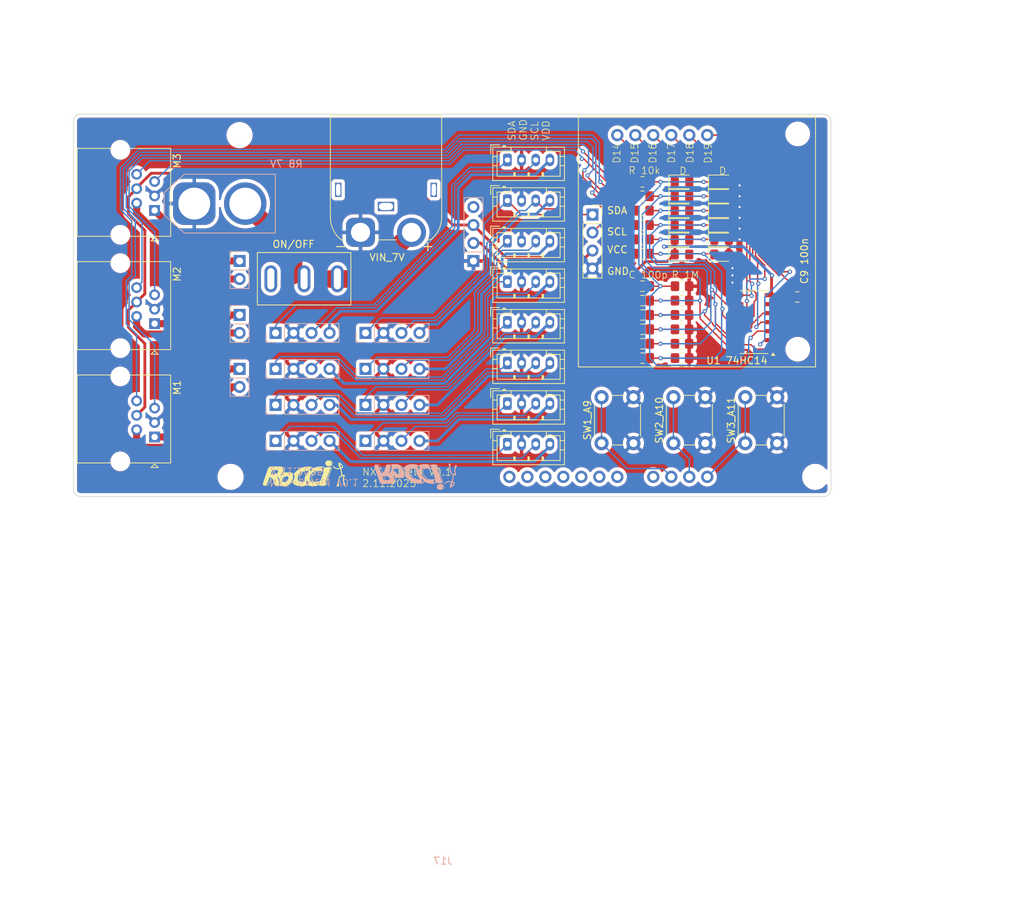
<source format=kicad_pcb>
(kicad_pcb (version 20241229) (generator "pcbnew") (generator_version "9.0")
  (layers (0 "F.Cu" signal) (2 "B.Cu" signal) (13 "F.Paste" user) (15 "B.Paste" user) (5 "F.SilkS" user "F.Silkscreen") (7 "B.SilkS" user "B.Silkscreen") (1 "F.Mask" user) (3 "B.Mask" user) (25 "Edge.Cuts" user))
  (net 0 "")
  (net 1 "ENC_M0_DIR")
  (net 2 "ENC_M0_INT")
  (net 3 "ENC_M2_INT")
  (net 4 "ENC_M2_DIR")
  (net 5 "ENC_M1_INT")
  (net 6 "ENC_M1_DIR")
  (net 7 "GND")
  (net 8 "Net-(D1-A)")
  (net 9 "Net-(D3-A)")
  (net 10 "Net-(D6-A)")
  (net 11 "Net-(D7-A)")
  (net 12 "Net-(D10-A)")
  (net 13 "Net-(D11-A)")
  (net 14 "+7.5V")
  (net 15 "+3.3V")
  (net 16 "SDA7")
  (net 17 "+5V")
  (net 18 "SCL7")
  (net 19 "SCL1")
  (net 20 "SDA1")
  (net 21 "SCL0")
  (net 22 "SDA0")
  (net 23 "SCL2")
  (net 24 "SDA2")
  (net 25 "SDA3")
  (net 26 "SCL3")
  (net 27 "SCL4")
  (net 28 "SDA4")
  (net 29 "SCL5")
  (net 30 "SDA5")
  (net 31 "SCL6")
  (net 32 "SDA6")
  (net 33 "ENC_M0_A")
  (net 34 "ENC_M0_B")
  (net 35 "ENC_M1_A")
  (net 36 "ENC_M1_B")
  (net 37 "ENC_M2_A")
  (net 38 "ENC_M2_B")
  (net 41 "Button2")
  (net 42 "Button3")
  (net 43 "Button1")
  (net 47 "/M0B")
  (net 48 "/M0A")
  (net 49 "/AKKU1")
  (net 50 "/M1B")
  (net 51 "/M1A")
  (net 52 "/M2B")
  (net 53 "/M2A")
  (net 54 "/AKKU2")
  (net 55 "VDDI2C0")
  (net 56 "VDDI2C2")
  (net 57 "VDDI2C3")
  (net 58 "VDDI2C4")
  (net 59 "VDDI2C5")
  (net 60 "VDDI2C6")
  (net 61 "VDDI2C7")
  (net 62 "VDDI2C1")
  (footprint "Diode_SMD:D_0805_2012Metric_Pad1.15x1.40mm_HandSolder" (layer "F.Cu") (at 169.9145 71.16)
    (property "Reference" "D7" (hide yes))
    (property "Value" "D" (hide yes))
  )
  (footprint "Diode_SMD:D_0805_2012Metric_Pad1.15x1.40mm_HandSolder" (layer "F.Cu") (at 175.4945 67.07)
    (property "Reference" "D2" (hide yes))
    (property "Value" "D" (hide yes))
  )
  (footprint "Connector_RJ:RJ25_Wayconn_MJEA-660X1_Horizontal" (layer "F.Cu") (at 95.4418 85.0528 -90)
    (property "Reference" "M2")
    (property "Value" "NXT_M1")
  )
  (footprint "Diode_SMD:D_0805_2012Metric_Pad1.15x1.40mm_HandSolder" (layer "F.Cu") (at 169.912 73.22)
    (property "Reference" "D6" (hide yes))
    (property "Value" "D" (hide yes))
  )
  (footprint "Diode_SMD:D_0805_2012Metric_Pad1.15x1.40mm_HandSolder" (layer "F.Cu") (at 175.507 73.23)
    (property "Reference" "D8" (hide yes))
    (property "Value" "D" (hide yes))
  )
  (footprint "Capacitor_SMD:C_0805_2012Metric_Pad1.18x1.45mm_HandSolder" (layer "F.Cu") (at 164.338 89.916 180)
    (property "Reference" "C5" (hide yes))
    (property "Value" "100p" (hide yes))
  )
  (footprint "Connector_JST:JST_PH_B4B-PH-K_1x04_P2.00mm_Vertical" (layer "F.Cu") (at 145.2598 90.599714)
    (property "Reference" "J13" (hide yes))
    (property "Value" "JST_RB_I2C1")
  )
  (footprint "Connector_JST:JST_PH_B4B-PH-K_1x04_P2.00mm_Vertical" (layer "F.Cu") (at 145.2598 102.066)
    (property "Reference" "J9" (hide yes))
    (property "Value" "JST_RB_I2C0")
  )
  (footprint "Capacitor_SMD:C_0805_2012Metric_Pad1.18x1.45mm_HandSolder" (layer "F.Cu") (at 164.338 85.852 180)
    (property "Reference" "C4" (hide yes))
    (property "Value" "100p" (hide yes))
  )
  (footprint "Resistor_SMD:R_0805_2012Metric_Pad1.20x1.40mm_HandSolder" (layer "F.Cu") (at 169.926 85.852)
    (property "Reference" "R10" (hide yes))
    (property "Value" "1M" (hide yes))
  )
  (footprint "Resistor_SMD:R_0805_2012Metric_Pad1.20x1.40mm_HandSolder" (layer "F.Cu") (at 164.338 75.184)
    (property "Reference" "R11" (hide yes))
    (property "Value" "10k")
  )
  (footprint "Diode_SMD:D_0805_2012Metric_Pad1.15x1.40mm_HandSolder" (layer "F.Cu") (at 175.514 69.11)
    (property "Reference" "D13" (hide yes))
    (property "Value" "D" (hide yes))
  )
  (footprint "Connector_JST:JST_PH_B4B-PH-K_1x04_P2.00mm_Vertical" (layer "F.Cu") (at 145.2598 73.400286)
    (property "Reference" "J27" (hide yes))
    (property "Value" "JST_RB_I2C6")
  )
  (footprint "Diode_SMD:D_0805_2012Metric_Pad1.15x1.40mm_HandSolder" (layer "F.Cu") (at 175.514 65.024)
    (property "Reference" "D4" (hide yes))
    (property "Value" "D" (hide yes))
  )
  (footprint "CustomFootprints:XKB Connection SS-12M11G5" (layer "F.Cu") (at 115.062 76.37)
    (property "Reference" "ON/OFF")
    (property "Value" "SW_SPDT")
  )
  (footprint "Resistor_SMD:R_0805_2012Metric_Pad1.20x1.40mm_HandSolder" (layer "F.Cu") (at 164.338 65.024)
    (property "Reference" "R3" (hide yes))
    (property "Value" "10k" (hide yes))
  )
  (footprint "Resistor_SMD:R_0805_2012Metric_Pad1.20x1.40mm_HandSolder" (layer "F.Cu") (at 164.338 69.088)
    (property "Reference" "R12" (hide yes))
    (property "Value" "10k" (hide yes))
  )
  (footprint "rb_shield:Arduino_Due_Shield" (layer "F.Cu") (at 92.202 109.22)
    (property "Reference" "A1" (hide yes))
    (property "Value" "Arduino_Due_Shield" (hide yes))
  )
  (footprint "Capacitor_SMD:C_0805_2012Metric_Pad1.18x1.45mm_HandSolder" (layer "F.Cu") (at 164.338 87.884 180)
    (property "Reference" "C3" (hide yes))
    (property "Value" "100p" (hide yes))
  )
  (footprint "Connector_JST:JST_PH_B4B-PH-K_1x04_P2.00mm_Vertical" (layer "F.Cu") (at 145.2598 79.133429)
    (property "Reference" "J14" (hide yes))
    (property "Value" "JST_RB_I2C2")
  )
  (footprint "Resistor_SMD:R_0805_2012Metric_Pad1.20x1.40mm_HandSolder" (layer "F.Cu") (at 169.926 87.884)
    (property "Reference" "R9" (hide yes))
    (property "Value" "1M" (hide yes))
  )
  (footprint "Button_Switch_THT:SW_PUSH_6mm" (layer "F.Cu") (at 158.5574 101.929 90)
    (property "Reference" "SW1_A9")
    (property "Value" "SW_Push")
  )
  (footprint "Connector_AMASS:AMASS_XT60IPW-M_1x03_P7.20mm_Horizontal" (layer "F.Cu") (at 124.5176 72.1538)
    (property "Reference" "VIN_7V")
    (property "Value" "XT60_Case")
  )
  (footprint "Connector_JST:JST_PH_B4B-PH-K_1x04_P2.00mm_Vertical" (layer "F.Cu") (at 145.2598 61.934)
    (property "Reference" "J15" (hide yes))
    (property "Value" "JST_RB_I2C3")
  )
  (footprint "Capacitor_SMD:C_0805_2012Metric_Pad1.18x1.45mm_HandSolder" (layer "F.Cu") (at 186.182 81.28)
    (property "Reference" "C9 100n")
    (property "Value" "100n")
  )
  (footprint "Resistor_SMD:R_0805_2012Metric_Pad1.20x1.40mm_HandSolder" (layer "F.Cu") (at 169.926 81.788)
    (property "Reference" "R2" (hide yes))
    (property "Value" "1M" (hide yes))
  )
  (footprint "CustomFootprints:OLE_LCD" (layer "F.Cu") (at 157.2768 69.6468)
    (property "Reference" "J8" (hide yes))
    (property "Value" "LCD")
  )
  (footprint "Package_SO:SO-14_3.9x8.65mm_P1.27mm" (layer "F.Cu") (at 180.086 84.836 180)
    (property "Reference" "U1 74HC14")
    (property "Value" "74HC14")
  )
  (footprint "Button_Switch_THT:SW_PUSH_6mm" (layer "F.Cu") (at 178.852 101.929 90)
    (property "Reference" "SW3_A11")
    (property "Value" "SW_Push")
  )
  (footprint "Capacitor_SMD:C_0805_2012Metric_Pad1.18x1.45mm_HandSolder" (layer "F.Cu") (at 164.338 83.82 180)
    (property "Reference" "C6" (hide yes))
    (property "Value" "100p" (hide yes))
  )
  (footprint "Diode_SMD:D_0805_2012Metric_Pad1.15x1.40mm_HandSolder" (layer "F.Cu") (at 169.917 69.12)
    (property "Reference" "D11" (hide yes))
    (property "Value" "D" (hide yes))
  )
  (footprint "Connector_RJ:RJ25_Wayconn_MJEA-660X1_Horizontal" (layer "F.Cu") (at 95.4418 69.0528 -90)
    (property "Reference" "M3")
    (property "Value" "NXT_M0")
  )
  (footprint "Resistor_SMD:R_0805_2012Metric_Pad1.20x1.40mm_HandSolder" (layer "F.Cu") (at 164.338 67.056)
    (property "Reference" "R1" (hide yes))
    (property "Value" "10k" (hide yes))
  )
  (footprint "Capacitor_SMD:C_0805_2012Metric_Pad1.18x1.45mm_HandSolder" (layer "F.Cu") (at 164.338 79.756 180)
    (property "Reference" "C2" (hide yes))
    (property "Value" "100p")
  )
  (footprint "Connector_JST:JST_PH_B4B-PH-K_1x04_P2.00mm_Vertical" (layer "F.Cu") (at 145.2598 96.332857)
    (property "Reference" "J16" (hide yes))
    (property "Value" "JST_RB_I2C4")
  )
  (footprint "Connector_JST:JST_PH_B4B-PH-K_1x04_P2.00mm_Vertical" (layer "F.Cu") (at 145.2598 84.866571)
    (property "Reference" "J26" (hide yes))
    (property "Value" "JST_RB_I2C5")
  )
  (footprint "Resistor_SMD:R_0805_2012Metric_Pad1.20x1.40mm_HandSolder" (layer "F.Cu") (at 169.926 89.916)
    (property "Reference" "R13" (hide yes))
    (property "Value" "1M" (hide yes))
  )
  (footprint "Capacitor_SMD:C_0805_2012Metric_Pad1.18x1.45mm_HandSolder" (layer "F.Cu") (at 164.338 81.788 180)
    (property "Reference" "C1" (hide yes))
    (property "Value" "100p")
  )
  (footprint "Diode_SMD:D_0805_2012Metric_Pad1.15x1.40mm_HandSolder" (layer "F.Cu") (at 169.926 65.024)
    (property "Reference" "D3" (hide yes))
    (property "Value" "D" (hide yes))
  )
  (footprint "Resistor_SMD:R_0805_2012Metric_Pad1.20x1.40mm_HandSolder" (layer "F.Cu") (at 169.926 83.82)
    (property "Reference" "R14" (hide yes))
    (property "Value" "1M" (hide yes))
  )
  (footprint "Resistor_SMD:R_0805_2012Metric_Pad1.20x1.40mm_HandSolder" (layer "F.Cu") (at 164.338 73.152)
    (property "Reference" "R7" (hide yes))
    (property "Value" "10k" (hide yes))
  )
  (footprint "Button_Switch_THT:SW_PUSH_6mm" (layer "F.Cu") (at 168.7047 101.929 90)
    (property "Reference" "SW2_A10")
    (property "Value" "SW_Push")
  )
  (footprint "Connector_RJ:RJ25_Wayconn_MJEA-660X1_Horizontal" (layer "F.Cu") (at 95.4418 101.0528 -90)
    (property "Reference" "M1")
    (property "Value" "NXT_M2")
  )
  (footprint "external_libs:RocciLogo" (layer "F.Cu") (at 116.586 106.172)
    (property "Reference" "G***" (hide yes))
    (property "Value" "LOGO" (hide yes))
  )
  (footprint "Diode_SMD:D_0805_2012Metric_Pad1.15x1.40mm_HandSolder" (layer "F.Cu") (at 175.512 75.28)
    (property "Reference" "D12" (hide yes))
    (property "Value" "D")
  )
  (footprint "Resistor_SMD:R_0805_2012Metric_Pad1.20x1.40mm_HandSolder" (layer "F.Cu") (at 169.926 79.756)
    (property "Reference" "R4" (hide yes))
    (property "Value" "1M" (hide yes))
  )
  (footprint "Diode_SMD:D_0805_2012Metric_Pad1.15x1.40mm_HandSolder" (layer "F.Cu") (at 169.917 67.07)
    (property "Reference" "D1" (hide yes))
    (property "Value" "D" (hide yes))
  )
  (footprint "Diode_SMD:D_0805_2012Metric_Pad1.15x1.40mm_HandSolder" (layer "F.Cu") (at 169.9145 75.28)
    (property "Reference" "D10" (hide yes))
    (property "Value" "D")
  )
  (footprint "Resistor_SMD:R_0805_2012Metric_Pad1.20x1.40mm_HandSolder" (layer "F.Cu") (at 164.338 71.12)
    (property "Reference" "R8" (hide yes))
    (property "Value" "10k" (hide yes))
  )
  (footprint "Connector_JST:JST_PH_B4B-PH-K_1x04_P2.00mm_Vertical" (layer "F.Cu") (at 145.2598 67.667143)
    (property "Reference" "J28" (hide yes))
    (property "Value" "JST_RB_I2C7")
  )
  (footprint "Diode_SMD:D_0805_2012Metric_Pad1.15x1.40mm_HandSolder" (layer "F.Cu") (at 175.502 71.17)
    (property "Reference" "D9" (hide yes))
    (property "Value" "D" (hide yes))
  )
  (footprint "Connector_PinSocket_2.54mm:PinSocket_1x04_P2.54mm_Vertical" (layer "B.Cu") (at 140.462 76.2)
    (property "Reference" "J25" (hide yes))
    (property "Value" "RB_Power")
  )
  (footprint "Connector_AMASS:AMASS_XT60-M_1x02_P7.20mm_Vertical" (layer "B.Cu") (at 101.0412 68.0974)
    (property "Reference" "J3" (hide yes))
    (property "Value" "XT60_PCB")
  )
  (footprint "Connector_PinSocket_2.54mm:PinSocket_1x04_P2.54mm_Vertical" (layer "B.Cu") (at 125.222 91.44 -90)
    (property "Reference" "J23" (hide yes))
    (property "Value" "RB_I2C6")
  )
  (footprint "Connector_PinSocket_2.54mm:PinSocket_1x04_P2.54mm_Vertical" (layer "B.Cu") (at 112.522 101.6 -90)
    (property "Reference" "J18" (hide yes))
    (property "Value" "RB_I2C0")
  )
  (footprint "Connector_PinSocket_2.54mm:PinSocket_1x02_P2.54mm_Vertical" (layer "B.Cu") (at 107.442 83.82 180)
    (property "Reference" "J4" (hide yes))
    (property "Value" "RB_M2")
  )
  (footprint "external_libs:RocciLogo" (layer "B.Cu") (at 132.334 106.70739)
    (property "Reference" "G***" (hide yes))
    (property "Value" "LOGO" (hide yes))
  )
  (footprint "Connector_PinSocket_2.54mm:PinSocket_1x02_P2.54mm_Vertical" (layer "B.Cu") (at 107.442 91.44 180)
    (property "Reference" "J6" (hide yes))
    (property "Value" "RB_M1")
  )
  (footprint "Connector_PinSocket_2.54mm:PinSocket_1x04_P2.54mm_Vertical" (layer "B.Cu") (at 125.222 96.52 -90)
    (property "Reference" "J22" (hide yes))
    (property "Value" "RB_I2C5")
  )
  (footprint "Connector_PinSocket_2.54mm:PinSocket_1x02_P2.54mm_Vertical" (layer "B.Cu") (at 107.442 76.2 180)
    (property "Reference" "RB 7V")
    (property "Value" "RB_M3")
  )
  (footprint "Connector_PinSocket_2.54mm:PinSocket_1x04_P2.54mm_Vertical" (layer "B.Cu") (at 112.522 86.36 -90)
    (property "Reference" "J20" (hide yes))
    (property "Value" "RB_I2C3")
  )
  (footprint "Connector_PinSocket_2.54mm:PinSocket_1x04_P2.54mm_Vertical" (layer "B.Cu") (at 112.522 91.44 -90)
    (property "Reference" "J19" (hide yes))
    (property "Value" "RB_I2C2")
  )
  (footprint "Connector_PinSocket_2.54mm:PinSocket_1x04_P2.54mm_Vertical" (layer "B.Cu") (at 125.222 101.6 -90)
    (property "Reference" "J21" (hide yes))
    (property "Value" "RB_I2C4")
  )
  (footprint "Connector_PinSocket_2.54mm:PinSocket_1x04_P2.54mm_Vertical" (layer "B.Cu") (at 112.522 96.52 -90)
    (property "Reference" "J17")
    (property "Value" "RB_I2C1")
  )
  (footprint "Connector_PinSocket_2.54mm:PinSocket_1x04_P2.54mm_Vertical" (layer "B.Cu") (at 125.222 86.36 -90)
    (property "Reference" "J24" (hide yes))
    (property "Value" "RB_I2C7")
  )
  (gr_arc (start 190.948 108.474) (mid 190.655107 109.181107) (end 189.948 109.474) (stroke (width 0.1)) (layer "Edge.Cuts"))
  (gr_line (start 84.9884 109.474) (end 92.948 109.474) (stroke (width 0.1)) (layer "Edge.Cuts"))
  (gr_line (start 190.948 108.474) (end 190.948 56.474) (stroke (width 0.1)) (layer "Edge.Cuts"))
  (gr_line (start 92.948 109.474) (end 189.948 109.474) (stroke (width 0.1)) (layer "Edge.Cuts"))
  (gr_arc (start 83.9884 56.474) (mid 84.281293 55.766893) (end 84.9884 55.474) (stroke (width 0.1)) (layer "Edge.Cuts"))
  (gr_line (start 83.9884 56.474) (end 83.9884 108.474) (stroke (width 0.1)) (layer "Edge.Cuts"))
  (gr_arc (start 189.948 55.474) (mid 190.655107 55.766893) (end 190.948 56.474) (stroke (width 0.1)) (layer "Edge.Cuts"))
  (gr_line (start 92.948 55.474) (end 84.9884 55.474) (stroke (width 0.1)) (layer "Edge.Cuts"))
  (gr_arc (start 84.9884 109.474) (mid 84.281293 109.181107) (end 83.9884 108.474) (stroke (width 0.1)) (layer "Edge.Cuts"))
  (gr_line (start 189.948 55.474) (end 92.948 55.474) (stroke (width 0.1)) (layer "Edge.Cuts"))
  (gr_text "R 10k\n" (at 162.306 64.008 0) (layer "F.SilkS") (effects (font (size 1 1) (thickness 0.1)) (justify left bottom)))
  (gr_text "D17" (at 169.002 62.47 90) (layer "F.SilkS") (effects (font (size 1 1) (thickness 0.1)) (justify left bottom)))
  (gr_text "R_1M" (at 168.402 78.74 0) (layer "F.SilkS") (effects (font (size 1 1) (thickness 0.1)) (justify left bottom)))
  (gr_text "NXT-Shield V0.1\n2.11.2025\n" (at 124.714 108.204 0) (layer "F.SilkS") (effects (font (size 1 1) (thickness 0.1)) (justify left bottom)))
  (gr_text "D\n" (at 169.496 64.064 0) (layer "F.SilkS") (effects (font (size 1 1) (thickness 0.1)) (justify left bottom)))
  (gr_text "D15\n" (at 163.83 62.484 90) (layer "F.SilkS") (effects (font (size 1 1) (thickness 0.1)) (justify left bottom)))
  (gr_text "D19" (at 174.172 62.5 90) (layer "F.SilkS") (effects (font (size 1 1) (thickness 0.1)) (justify left bottom)))
  (gr_text "C 100p" (at 162.306 78.74 0) (layer "F.SilkS") (effects (font (size 1 1) (thickness 0.1)) (justify left bottom)))
  (gr_text "D18" (at 171.622 62.44 90) (layer "F.SilkS") (effects (font (size 1 1) (thickness 0.1)) (justify left bottom)))
  (gr_text "D14" (at 161.29 62.484 90) (layer "F.SilkS") (effects (font (size 1 1) (thickness 0.1)) (justify left bottom)))
  (gr_text "D" (at 175.084 64.064 0) (layer "F.SilkS") (effects (font (size 1 1) (thickness 0.1)) (justify left bottom)))
  (gr_text "SDA\nGND\nSCL\nVDD" (at 151.302 59.27 90) (layer "F.SilkS") (effects (font (size 1 1) (thickness 0.1)) (justify left bottom)))
  (gr_text "D16" (at 166.37 62.484 90) (layer "F.SilkS") (effects (font (size 1 1) (thickness 0.1)) (justify left bottom)))
  (gr_text "NXT-Shield V0.1\n2.11.2025\n" (at 111.616177 105.289732 180) (layer "B.SilkS") (effects (font (size 1 1) (thickness 0.1)) (justify left bottom mirror)))
  (segment (start 179.902 65.013059) (end 179.902 75.614314) (width 0.2) (layer "F.Cu") (net 1))
  (segment (start 180.594 79.28879) (end 180.691327 79.386117) (width 0.2) (layer "F.Cu") (net 1))
  (segment (start 182.561 84.836) (end 181.096958 84.836) (width 0.2) (layer "F.Cu") (net 1))
  (segment (start 177.556942 62.668) (end 179.902 65.013059) (width 0.2) (layer "F.Cu") (net 1))
  (segment (start 180.594 76.373058) (end 180.594 79.28879) (width 0.2) (layer "F.Cu") (net 1))
  (segment (start 181.096958 84.836) (end 180.409646 85.523312) (width 0.2) (layer "F.Cu") (net 1))
  (segment (start 179.902 75.614314) (end 179.942 75.654315) (width 0.2) (layer "F.Cu") (net 1))
  (segment (start 179.942 75.654315) (end 179.942 75.721058) (width 0.2) (layer "F.Cu") (net 1))
  (segment (start 179.942 75.721058) (end 180.594 76.373058) (width 0.2) (layer "F.Cu") (net 1))
  (segment (start 170.11 62.668) (end 177.556942 62.668) (width 0.2) (layer "F.Cu") (net 1))
  (segment (start 165.862 58.42) (end 170.11 62.668) (width 0.2) (layer "F.Cu") (net 1))
  (via (at 180.409646 85.523312) (size 0.6) (drill 0.3) (layers "F.Cu" "B.Cu") (net 1))
  (via (at 180.691327 79.386117) (size 0.6) (drill 0.3) (layers "F.Cu" "B.Cu") (net 1))
  (segment (start 180.409646 85.523312) (end 180.594 85.338958) (width 0.2) (layer "B.Cu") (net 1))
  (segment (start 180.594 85.338958) (end 180.594 79.483444) (width 0.2) (layer "B.Cu") (net 1))
  (segment (start 180.594 79.483444) (end 180.691327 79.386117) (width 0.2) (layer "B.Cu") (net 1))
  (segment (start 181.102 75.11727) (end 181.142011 75.157285) (width 0.2) (layer "F.Cu") (net 2))
  (segment (start 181.102 64.516) (end 181.102 75.11727) (width 0.2) (layer "F.Cu") (net 2))
  (segment (start 173.482 58.42) (end 175.006 58.42) (width 0.2) (layer "F.Cu") (net 2))
  (segment (start 181.142008 75.224008) (end 183.642 77.724) (width 0.2) (layer "F.Cu") (net 2))
  (segment (start 182.561 87.376) (end 181.542225 87.376) (width 0.2) (layer "F.Cu") (net 2))
  (segment (start 183.642 77.724) (end 185.166 77.724) (width 0.2) (layer "F.Cu") (net 2))
  (segment (start 181.142011 75.157285) (end 181.142008 75.224008) (width 0.2) (layer "F.Cu") (net 2))
  (segment (start 181.542225 87.376) (end 180.952768 87.965457) (width 0.2) (layer "F.Cu") (net 2))
  (segment (start 175.006 58.42) (end 181.102 64.516) (width 0.2) (layer "F.Cu") (net 2))
  (via (at 180.952768 87.965457) (size 0.6) (drill 0.3) (layers "F.Cu" "B.Cu") (net 2))
  (via (at 185.166 77.724) (size 0.6) (drill 0.3) (layers "F.Cu" "B.Cu") (net 2))
  (segment (start 185.166 77.724) (end 181.61 81.28) (width 0.2) (layer "B.Cu") (net 2))
  (segment (start 181.61 87.308225) (end 180.952768 87.965457) (width 0.2) (layer "B.Cu") (net 2))
  (segment (start 181.61 81.28) (end 181.61 87.308225) (width 0.2) (layer "B.Cu") (net 2))
  (segment (start 180.302 75.44863) (end 180.342002 75.488634) (width 0.2) (layer "F.Cu") (net 3))
  (segment (start 172.25 62.268) (end 177.722628 62.268) (width 0.2) (layer "F.Cu") (net 3))
  (segment (start 181.61 76.823372) (end 181.61 78.74) (width 0.2) (layer "F.Cu") (net 3))
  (segment (start 177.722628 62.268) (end 180.302 64.847374) (width 0.2) (layer "F.Cu") (net 3))
  (segment (start 180.342001 75.555373) (end 181.61 76.823372) (width 0.2) (layer "F.Cu") (net 3))
  (segment (start 178.585999 83.566) (end 179.07 83.081999) (width 0.2) (layer "F.Cu") (net 3))
  (segment (start 177.611 83.566) (end 178.585999 83.566) (width 0.2) (layer "F.Cu") (net 3))
  (segment (start 180.342002 75.488634) (end 180.342001 75.555373) (width 0.2) (layer "F.Cu") (net 3))
  (segment (start 179.07 81.854807) (end 179.073847 81.85096) (width 0.2) (layer "F.Cu") (net 3))
  (segment (start 179.07 83.081999) (end 179.07 81.854807) (width 0.2) (layer "F.Cu") (net 3))
  (segment (start 180.302 64.847374) (end 180.302 75.44863) (width 0.2) (layer "F.Cu") (net 3))
  (segment (start 168.402 58.42) (end 172.25 62.268) (width 0.2) (layer "F.Cu") (net 3))
  (via (at 179.073847 81.85096) (size 0.6) (drill 0.3) (layers "F.Cu" "B.Cu") (net 3))
  (via (at 181.61 78.74) (size 0.6) (drill 0.3) (layers "F.Cu" "B.Cu") (net 3))
  (segment (start 179.073847 79.251847) (end 179.07 79.248) (width 0.2) (layer "B.Cu") (net 3))
  (segment (start 179.073847 81.85096) (end 179.073847 79.251847) (width 0.2) (layer "B.Cu") (net 3))
  (segment (start 179.578 78.74) (end 181.61 78.74) (width 0.2) (layer "B.Cu") (net 3))
  (segment (start 179.07 79.248) (end 179.578 78.74) (width 0.2) (layer "B.Cu") (net 3))
  (segment (start 178.887 85.804999) (end 178.887 85.771315) (width 0.2) (layer "F.Cu") (net 4))
  (segment (start 165.83 63.468) (end 160.782 58.42) (width 0.2) (layer "F.Cu") (net 4))
  (segment (start 180.086 81.976) (end 180.373847 81.688153) (width 0.2) (layer "F.Cu") (net 4))
  (segment (start 178.887 85.771315) (end 179.153968 85.504347) (width 0.2) (layer "F.Cu") (net 4))
  (segment (start 180.373847 80.751847) (end 180.042 80.42) (width 0.2) (layer "F.Cu") (net 4))
  (segment (start 179.07 65.31243) (end 177.22557 63.468) (width 0.2) (layer "F.Cu") (net 4))
  (segment (start 179.07 80.078829) (end 179.07 65.31243) (width 0.2) (layer "F.Cu") (net 4))
  (segment (start 178.585999 86.106) (end 178.887 85.804999) (width 0.2) (layer "F.Cu") (net 4))
  (segment (start 180.086 83.977968) (end 180.086 81.976) (width 0.2) (layer "F.Cu") (net 4))
  (segment (start 180.042 80.42) (end 179.411171 80.42) (width 0.2) (layer "F.Cu") (net 4))
  (segment (start 180.373847 81.688153) (end 180.373847 80.751847) (width 0.2) (layer "F.Cu") (net 4))
  (segment (start 177.22557 63.468) (end 165.83 63.468) (width 0.2) (layer "F.Cu") (net 4))
  (segment (start 177.611 86.106) (end 178.585999 86.106) (width 0.2) (layer "F.Cu") (net 4))
  (segment (start 179.153968 85.504347) (end 179.153968 84.91) (width 0.2) (layer "F.Cu") (net 4))
  (segment (start 179.411171 80.42) (end 179.07 80.078829) (width 0.2) (layer "F.Cu") (net 4))
  (segment (start 179.153968 84.91) (end 180.086 83.977968) (width 0.2) (layer "F.Cu") (net 4))
  (segment (start 180.702 64.681689) (end 180.702 75.28295) (width 0.2) (layer "F.Cu") (net 5))
  (segment (start 177.888314 61.868) (end 180.702 64.681689) (width 0.2) (layer "F.Cu") (net 5))
  (segment (start 180.702 75.28295) (end 180.742006 75.322958) (width 0.2) (layer "F.Cu") (net 5))
  (segment (start 186.182 80.264) (end 186.182 82.34916) (width 0.2) (layer "F.Cu") (net 5))
  (segment (start 174.39 61.868) (end 177.888314 61.868) (width 0.2) (layer "F.Cu") (net 5))
  (segment (start 170.942 58.42) (end 174.39 61.868) (width 0.2) (layer "F.Cu") (net 5))
  (segment (start 185.60016 82.931) (end 183.196 82.931) (width 0.2) (layer "F.Cu") (net 5))
  (segment (start 186.182 82.34916) (end 185.60016 82.931) (width 0.2) (layer "F.Cu") (net 5))
  (segment (start 184.042 78.124) (end 186.182 80.264) (width 0.2) (layer "F.Cu") (net 5))
  (segment (start 180.742006 75.322958) (end 180.742004 75.38969) (width 0.2) (layer "F.Cu") (net 5))
  (segment (start 180.742004 75.38969) (end 183.476315 78.124) (width 0.2) (layer "F.Cu") (net 5))
  (segment (start 183.196 82.931) (end 182.561 82.296) (width 0.2) (layer "F.Cu") (net 5))
  (segment (start 183.476315 78.124) (end 184.042 78.124) (width 0.2) (layer "F.Cu") (net 5))
  (segment (start 179.648 81.026) (end 179.742 81.12) (width 0.2) (layer "F.Cu") (net 6))
  (segment (start 179.502 65.178744) (end 179.502 79.08) (width 0.2) (layer "F.Cu") (net 6))
  (segment (start 177.611 81.026) (end 179.648 81.026) (width 0.2) (layer "F.Cu") (net 6))
  (segment (start 163.322 58.42) (end 167.97 63.068) (width 0.2) (layer "F.Cu") (net 6))
  (segment (start 179.502 79.08) (end 179.842 79.42) (width 0.2) (layer "F.Cu") (net 6))
  (segment (start 167.97 63.068) (end 177.391256 63.068) (width 0.2) (layer "F.Cu") (net 6))
  (segment (start 177.391256 63.068) (end 179.502 65.178744) (width 0.2) (layer "F.Cu") (net 6))
  (via (at 179.842 79.42) (size 0.6) (drill 0.3) (layers "F.Cu" "B.Cu") (net 6))
  (via (at 179.742 81.12) (size 0.6) (drill 0.3) (layers "F.Cu" "B.Cu") (net 6))
  (segment (start 179.723847 79.538153) (end 179.723847 81.101847) (width 0.2) (layer "B.Cu") (net 6))
  (segment (start 179.842 79.42) (end 179.723847 79.538153) (width 0.2) (layer "B.Cu") (net 6))
  (segment (start 179.723847 81.101847) (end 179.742 81.12) (width 0.2) (layer "B.Cu") (net 6))
  (via (at 178.054 67.056) (size 0.6) (drill 0.3) (layers "F.Cu" "B.Cu") (net 7))
  (via (at 178.054 73.152) (size 0.6) (drill 0.3) (layers "F.Cu" "B.Cu") (net 7))
  (via (at 177.038 79.248) (size 0.6) (drill 0.3) (layers "F.Cu" "B.Cu") (net 7))
  (via (at 177.038 78.232) (size 0.6) (drill 0.3) (layers "F.Cu" "B.Cu") (net 7))
  (via (at 177.038 77.216) (size 0.6) (drill 0.3) (layers "F.Cu" "B.Cu") (net 7))
  (via (at 178.054 65.532) (size 0.6) (drill 0.3) (layers "F.Cu" "B.Cu") (net 7))
  (via (at 178.054 68.58) (size 0.6) (drill 0.3) (layers "F.Cu" "B.Cu") (net 7))
  (via (at 178.054 71.628) (size 0.6) (drill 0.3) (layers "F.Cu" "B.Cu") (net 7))
  (via (at 178.054 70.104) (size 0.6) (drill 0.3) (layers "F.Cu" "B.Cu") (net 7))
  (segment (start 179.646224 88.02) (end 180.272224 88.646) (width 0.2) (layer "F.Cu") (net 8))
  (segment (start 180.272224 88.646) (end 182.561 88.646) (width 0.2) (layer "F.Cu") (net 8))
  (segment (start 165.3755 81.788) (end 166.878 81.788) (width 0.2) (layer "F.Cu") (net 8))
  (segment (start 176.158 88.02) (end 179.646224 88.02) (width 0.2) (layer "F.Cu") (net 8))
  (segment (start 174.489 67.056) (end 172.974 67.056) (width 0.2) (layer "F.Cu") (net 8))
  (segment (start 165.338 67.056) (end 166.878 67.056) (width 0.2) (layer "F.Cu") (net 8))
  (segment (start 172.466 84.328) (end 176.158 88.02) (width 0.2) (layer "F.Cu") (net 8))
  (segment (start 170.951 67.056) (end 172.974 67.056) (width 0.2) (layer "F.Cu") (net 8))
  (segment (start 166.878 81.788) (end 168.926 81.788) (width 0.2) (layer "F.Cu") (net 8))
  (segment (start 172.466 81.788) (end 172.466 84.328) (width 0.2) (layer "F.Cu") (net 8))
  (via (at 166.878 67.056) (size 0.6) (drill 0.3) (layers "F.Cu" "B.Cu") (net 8))
  (via (at 172.466 81.788) (size 0.6) (drill 0.3) (layers "F.Cu" "B.Cu") (net 8))
  (via (at 172.974 67.056) (size 0.6) (drill 0.3) (layers "F.Cu" "B.Cu") (net 8))
  (via (at 166.878 81.788) (size 0.6) (drill 0.3) (layers "F.Cu" "B.Cu") (net 8))
  (segment (start 171.45 77.724) (end 172.466 78.74) (width 0.2) (layer "B.Cu") (net 8))
  (segment (start 172.466 78.74) (end 172.466 81.788) (width 0.2) (layer "B.Cu") (net 8))
  (segment (start 165.411686 77.724) (end 171.45 77.724) (width 0.2) (layer "B.Cu") (net 8))
  (segment (start 166.878 67.056) (end 172.974 67.056) (width 0.2) (layer "B.Cu") (net 8))
  (segment (start 166.878 67.056) (end 164.338 69.596) (width 0.2) (layer "B.Cu") (net 8))
  (segment (start 164.338 76.650314) (end 165.411686 77.724) (width 0.2) (layer "B.Cu") (net 8))
  (segment (start 172.466 81.788) (end 166.878 81.788) (width 0.2) (layer "B.Cu") (net 8))
  (segment (start 164.338 69.596) (end 164.338 76.650314) (width 0.2) (layer "B.Cu") (net 8))
  (segment (start 174.489 65.024) (end 172.974 65.024) (width 0.2) (layer "F.Cu") (net 9))
  (segment (start 165.3755 79.756) (end 166.878 79.756) (width 0.2) (layer "F.Cu") (net 9))
  (segment (start 168.926 79.756) (end 166.878 79.756) (width 0.2) (layer "F.Cu") (net 9))
  (segment (start 172.974 65.024) (end 170.951 65.024) (width 0.2) (layer "F.Cu") (net 9))
  (segment (start 165.338 65.024) (end 166.878 65.024) (width 0.2) (layer "F.Cu") (net 9))
  (segment (start 182.561 86.106) (end 180.556 86.106) (width 0.2) (layer "F.Cu") (net 9))
  (segment (start 180.556 86.106) (end 179.603732 87.058268) (width 0.2) (layer "F.Cu") (net 9))
  (via (at 179.603732 87.058268) (size 0.6) (drill 0.3) (layers "F.Cu" "B.Cu") (net 9))
  (via (at 166.878 79.756) (size 0.6) (drill 0.3) (layers "F.Cu" "B.Cu") (net 9))
  (via (at 166.878 65.024) (size 0.6) (drill 0.3) (layers "F.Cu" "B.Cu") (net 9))
  (via (at 172.974 65.024) (size 0.6) (drill 0.3) (layers "F.Cu" "B.Cu") (net 9))
  (segment (start 179.342 89.72) (end 179.342 87.32) (width 0.2) (layer "B.Cu") (net 9))
  (segment (start 163.83 68.58) (end 163.83 76.708) (width 0.2) (layer "B.Cu") (net 9))
  (segment (start 165.354 89.916) (end 166.37 90.932) (width 0.2) (layer "B.Cu") (net 9))
  (segment (start 165.354 81.28) (end 165.354 89.916) (width 0.2) (layer "B.Cu") (net 9))
  (segment (start 166.878 65.024) (end 166.878 65.532) (width 0.2) (layer "B.Cu") (net 9))
  (segment (start 163.83 76.708) (end 166.878 79.756) (width 0.2) (layer "B.Cu") (net 9))
  (segment (start 179.342 87.32) (end 179.603732 87.058268) (width 0.2) (layer "B.Cu") (net 9))
  (segment (start 166.878 65.532) (end 163.83 68.58) (width 0.2) (layer "B.Cu") (net 9))
  (segment (start 166.37 90.932) (end 178.13 90.932) (width 0.2) (layer "B.Cu") (net 9))
  (segment (start 166.878 65.024) (end 172.974 65.024) (width 0.2) (layer "B.Cu") (net 9))
  (segment (start 166.878 79.756) (end 165.354 81.28) (width 0.2) (layer "B.Cu") (net 9))
  (segment (start 178.13 90.932) (end 179.342 89.72) (width 0.2) (layer "B.Cu") (net 9))
  (segment (start 166.878 87.884) (end 168.926 87.884) (width 0.2) (layer "F.Cu") (net 10))
  (segment (start 182.561 83.566) (end 181.356 83.566) (width 0.2) (layer "F.Cu") (net 10))
  (segment (start 165.338 73.152) (end 166.878 73.152) (width 0.2) (layer "F.Cu") (net 10))
  (segment (start 178.626968 86.707) (end 176.369 86.707) (width 0.2) (layer "F.Cu") (net 10))
  (segment (start 179.760157 85.573811) (end 178.626968 86.707) (width 0.2) (layer "F.Cu") (net 10))
  (segment (start 174.64 84.978) (end 174.64 82.296) (width 0.2) (layer "F.Cu") (net 10))
  (segment (start 176.369 86.707) (end 174.64 84.978) (width 0.2) (layer "F.Cu") (net 10))
  (segment (start 181.356 83.566) (end 179.760157 85.161843) (width 0.2) (layer "F.Cu") (net 10))
  (segment (start 170.951 73.152) (end 174.489 73.152) (width 0.2) (layer "F.Cu") (net 10))
  (segment (start 179.760157 85.161843) (end 179.760157 85.573811) (width 0.2) (layer "F.Cu") (net 10))
  (segment (start 165.3755 87.884) (end 166.878 87.884) (width 0.2) (layer "F.Cu") (net 10))
  (via (at 166.878 73.152) (size 0.6) (drill 0.3) (layers "F.Cu" "B.Cu") (net 10))
  (via (at 166.878 87.884) (size 0.6) (drill 0.3) (layers "F.Cu" "B.Cu") (net 10))
  (via (at 172.974 73.152) (size 0.6) (drill 0.3) (layers "F.Cu" "B.Cu") (net 10))
  (via (at 174.64 82.296) (size 0.6) (drill 0.3) (layers "F.Cu" "B.Cu") (net 10))
  (segment (start 165.862 74.168) (end 165.862 75.634314) (width 0.2) (layer "B.Cu") (net 10))
  (segment (start 166.878 73.152) (end 165.862 74.168) (width 0.2) (layer "B.Cu") (net 10))
  (segment (start 172.466 87.884) (end 166.878 87.884) (width 0.2) (layer "B.Cu") (net 10))
  (segment (start 166.878 73.152) (end 172.974 73.152) (width 0.2) (layer "B.Cu") (net 10))
  (segment (start 174.498 79.710761) (end 174.782 79.994761) (width 0.2) (layer "B.Cu") (net 10))
  (segment (start 166.427686 76.2) (end 173.089371 76.2) (width 0.2) (layer "B.Cu") (net 10))
  (segment (start 174.498 82.154) (end 174.64 82.296) (width 0.2) (layer "B.Cu") (net 10))
  (segment (start 174.64 82.296) (end 174.64 85.71) (width 0.2) (layer "B.Cu") (net 10))
  (segment (start 174.782 79.994761) (end 174.782 80.533239) (width 0.2) (layer "B.Cu") (net 10))
  (segment (start 174.498 77.608629) (end 174.498 79.710761) (width 0.2) (layer "B.Cu") (net 10))
  (segment (start 174.498 80.817239) (end 174.498 82.154) (width 0.2) (layer "B.Cu") (net 10))
  (segment (start 165.862 75.634314) (end 166.427686 76.2) (width 0.2) (layer "B.Cu") (net 10))
  (segment (start 173.089371 76.2) (end 174.498 77.608629) (width 0.2) (layer "B.Cu") (net 10))
  (segment (start 174.782 80.533239) (end 174.498 80.817239) (width 0.2) (layer "B.Cu") (net 10))
  (segment (start 174.64 85.71) (end 172.466 87.884) (width 0.2) (layer "B.Cu") (net 10))
  (segment (start 172.974 71.12) (end 174.489 71.12) (width 0.2) (layer "F.Cu") (net 11))
  (segment (start 177.611 82.296) (end 176.164 82.296) (width 0.2) (layer "F.Cu") (net 11))
  (segment (start 165.338 71.12) (end 166.878 71.12) (width 0.2) (layer "F.Cu") (net 11))
  (segment (start 176.164 82.296) (end 174.132 80.264) (width 0.2) (layer "F.Cu") (net 11))
  (segment (start 166.878 85.852) (end 168.926 85.852) (width 0.2) (layer "F.Cu") (net 11))
  (segment (start 165.3755 85.852) (end 166.878 85.852) (width 0.2) (layer "F.Cu") (net 11))
  (segment (start 170.951 71.12) (end 172.974 71.12) (width 0.2) (layer "F.Cu") (net 11))
  (via (at 174.132 80.264) (size 0.6) (drill 0.3) (layers "F.Cu" "B.Cu") (net 11))
  (via (at 172.974 71.12) (size 0.6) (drill 0.3) (layers "F.Cu" "B.Cu") (net 11))
  (via (at 166.878 85.852) (size 0.6) (drill 0.3) (layers "F.Cu" "B.Cu") (net 11))
  (via (at 166.878 71.12) (size 0.6) (drill 0.3) (layers "F.Cu" "B.Cu") (net 11))
  (segment (start 173.031686 76.708) (end 173.99 77.666314) (width 0.2) (layer "B.Cu") (net 11))
  (segment (start 166.878 71.12) (end 172.974 71.12) (width 0.2) (layer "B.Cu") (net 11))
  (segment (start 166.878 71.12) (end 165.354 72.644) (width 0.2) (layer "B.Cu") (net 11))
  (segment (start 166.878 85.852) (end 172.974 85.852) (width 0.2) (layer "B.Cu") (net 11))
  (segment (start 173.99 80.122) (end 174.132 80.264) (width 0.2) (layer "B.Cu") (net 11))
  (segment (start 165.354 75.692) (end 166.37 76.708) (width 0.2) (layer "B.Cu") (net 11))
  (segment (start 172.974 85.852) (end 173.99 84.836) (width 0.2) (layer "B.Cu") (net 11))
  (segment (start 173.99 77.666314) (end 173.99 80.122) (width 0.2) (layer "B.Cu") (net 11))
  (segment (start 165.354 72.644) (end 165.354 75.692) (width 0.2) (layer "B.Cu") (net 11))
  (segment (start 173.99 80.406) (end 174.132 80.264) (width 0.2) (layer "B.Cu") (net 11))
  (segment (start 166.37 76.708) (end 173.031686 76.708) (width 0.2) (layer "B.Cu") (net 11))
  (segment (start 173.99 84.836) (end 173.99 80.406) (width 0.2) (layer "B.Cu") (net 11))
  (segment (start 177.611 84.836) (end 176.636001 84.836) (width 0.2) (layer "F.Cu") (net 12))
  (segment (start 165.338 75.184) (end 166.878 75.184) (width 0.2) (layer "F.Cu") (net 12))
  (segment (start 176.636001 84.836) (end 175.636593 83.836592) (width 0.2) (layer "F.Cu") (net 12))
  (segment (start 172.974 75.184) (end 174.489 75.184) (width 0.2) (layer "F.Cu") (net 12))
  (segment (start 175.636593 83.836592) (end 175.636593 82.961648) (width 0.2) (layer "F.Cu") (net 12))
  (segment (start 168.926 89.916) (end 166.878 89.916) (width 0.2) (layer "F.Cu") (net 12))
  (segment (start 165.3755 89.916) (end 166.878 89.916) (width 0.2) (layer "F.Cu") (net 12))
  (segment (start 170.951 75.184) (end 172.974 75.184) (width 0.2) (layer "F.Cu") (net 12))
  (via (at 175.636593 82.961648) (size 0.6) (drill 0.3) (layers "F.Cu" "B.Cu") (net 12))
  (via (at 166.878 75.184) (size 0.6) (drill 0.3) (layers "F.Cu" "B.Cu") (net 12))
  (via (at 172.974 75.184) (size 0.6) (drill 0.3) (layers "F.Cu" "B.Cu") (net 12))
  (via (at 166.878 89.916) (size 0.6) (drill 0.3) (layers "F.Cu" "B.Cu") (net 12))
  (segment (start 175.514 88.9) (end 175.514 83.084241) (width 0.2) (layer "B.Cu") (net 12))
  (segment (start 175.514 83.084241) (end 175.636593 82.961648) (width 0.2) (layer "B.Cu") (net 12))
  (segment (start 175.514 77.724) (end 175.514 82.839055) (width 0.2) (layer "B.Cu") (net 12))
  (segment (start 166.878 89.916) (end 174.498 89.916) (width 0.2) (layer "B.Cu") (net 12))
  (segment (start 175.514 82.839055) (end 175.636593 82.961648) (width 0.2) (layer "B.Cu") (net 12))
  (segment (start 166.878 75.184) (end 172.974 75.184) (width 0.2) (layer "B.Cu") (net 12))
  (segment (start 172.974 75.184) (end 175.514 77.724) (width 0.2) (layer "B.Cu") (net 12))
  (segment (start 174.498 89.916) (end 175.514 88.9) (width 0.2) (layer "B.Cu") (net 12))
  (segment (start 166.878 83.82) (end 165.3755 83.82) (width 0.2) (layer "F.Cu") (net 13))
  (segment (start 177.611 87.376) (end 176.472315 87.376) (width 0.2) (layer "F.Cu") (net 13))
  (segment (start 165.338 69.088) (end 166.878 69.088) (width 0.2) (layer "F.Cu") (net 13))
  (segment (start 172.974 69.088) (end 170.951 69.088) (width 0.2) (layer "F.Cu") (net 13))
  (segment (start 173.116 83.855999) (end 173.116 83.312) (width 0.2) (layer "F.Cu") (net 13))
  (segment (start 168.926 83.82) (end 166.878 83.82) (width 0.2) (layer "F.Cu") (net 13))
  (segment (start 176.472315 87.376) (end 174.24 85.143685) (width 0.2) (layer "F.Cu") (net 13))
  (segment (start 174.24 85.143685) (end 174.24 84.979999) (width 0.2) (layer "F.Cu") (net 13))
  (segment (start 174.24 84.979999) (end 173.116 83.855999) (width 0.2) (layer "F.Cu") (net 13))
  (segment (start 174.489 69.088) (end 172.974 69.088) (width 0.2) (layer "F.Cu") (net 13))
  (via (at 166.878 83.82) (size 0.6) (drill 0.3) (layers "F.Cu" "B.Cu") (net 13))
  (via (at 172.974 69.088) (size 0.6) (drill 0.3) (layers "F.Cu" "B.Cu") (net 13))
  (via (at 173.116 83.312) (size 0.6) (drill 0.3) (layers "F.Cu" "B.Cu") (net 13))
  (via (at 166.878 69.088) (size 0.6) (drill 0.3) (layers "F.Cu" "B.Cu") (net 13))
  (segment (start 166.878 83.82) (end 172.466 83.82) (width 0.2) (layer "B.Cu") (net 13))
  (segment (start 172.974 77.216) (end 173.482 77.724) (width 0.2) (layer "B.Cu") (net 13))
  (segment (start 164.846 76.2) (end 165.862 77.216) (width 0.2) (layer "B.Cu") (net 13))
  (segment (start 164.846 71.12) (end 164.846 76.2) (width 0.2) (layer "B.Cu") (net 13))
  (segment (start 173.482 82.946) (end 173.116 83.312) (width 0.2) (layer "B.Cu") (net 13))
  (segment (start 173.482 77.724) (end 173.482 82.946) (width 0.2) (layer "B.Cu") (net 13))
  (segment (start 166.878 69.088) (end 172.974 69.088) (width 0.2) (layer "B.Cu") (net 13))
  (segment (start 172.466 83.82) (end 172.974 83.312) (width 0.2) (layer "B.Cu") (net 13))
  (segment (start 172.974 83.312) (end 173.116 83.312) (width 0.2) (layer "B.Cu") (net 13))
  (segment (start 166.878 69.088) (end 164.846 71.12) (width 0.2) (layer "B.Cu") (net 13))
  (segment (start 165.862 77.216) (end 172.974 77.216) (width 0.2) (layer "B.Cu") (net 13))
  (segment (start 141.478 73.66) (end 145.034 77.216) (width 0.4) (layer "F.Cu") (net 15))
  (segment (start 156.718 79.248) (end 161.798 79.248) (width 0.4) (layer "F.Cu") (net 15))
  (segment (start 168.901 65.024) (end 168.901 74.168) (width 0.4) (layer "F.Cu") (net 15))
  (segment (start 140.462 73.66) (end 141.478 73.66) (width 0.4) (layer "F.Cu") (net 15))
  (segment (start 145.034 77.216) (end 154.686 77.216) (width 0.4) (layer "F.Cu") (net 15))
  (segment (start 168.901 74.168) (end 168.901 75.184) (width 0.4) (layer "F.Cu") (net 15))
  (segment (start 185.1445 81.28) (end 182.815 81.28) (width 0.4) (layer "F.Cu") (net 15))
  (segment (start 182.815 81.28) (end 182.561 81.026) (width 0.4) (layer "F.Cu") (net 15))
  (segment (start 182.561 78.297) (end 182.626 78.232) (width 0.4) (layer "F.Cu") (net 15))
  (segment (start 168.901 74.168) (end 167.386 74.168) (width 0.4) (layer "F.Cu") (net 15))
  (segment (start 154.686 77.216) (end 156.718 79.248) (width 0.4) (layer "F.Cu") (net 15))
  (segment (start 167.8 76.285) (end 168.901 75.184) (width 0.4) (layer "F.Cu") (net 15))
  (segment (start 161.798 79.248) (end 164.761 76.285) (width 0.4) (layer "F.Cu") (net 15))
  (segment (start 182.561 81.026) (end 182.561 78.297) (width 0.4) (layer "F.Cu") (net 15))
  (segment (start 164.761 76.285) (end 167.8 76.285) (width 0.4) (layer "F.Cu") (net 15))
  (via (at 182.626 78.232) (size 0.6) (drill 0.3) (layers "F.Cu" "B.Cu") (net 15))
  (via (at 167.386 74.168) (size 0.6) (drill 0.3) (layers "F.Cu" "B.Cu") (net 15))
  (segment (start 178.562 74.168) (end 167.386 74.168) (width 0.4) (layer "B.Cu") (net 15))
  (segment (start 182.626 78.232) (end 178.562 74.168) (width 0.4) (layer "B.Cu") (net 15))
  (segment (start 157.2768 69.6468) (end 147.239457 69.6468) (width 0.2) (layer "F.Cu") (net 16))
  (segment (start 147.239457 69.6468) (end 145.2598 67.667143) (width 0.2) (layer "F.Cu") (net 16))
  (segment (start 135.007796 84.237892) (end 141.9588 77.286888) (width 0.2) (layer "B.Cu") (net 16))
  (segment (start 125.222 86.36) (end 127.344108 84.237892) (width 0.2) (layer "B.Cu") (net 16))
  (segment (start 127.344108 84.237892) (end 135.007796 84.237892) (width 0.2) (layer "B.Cu") (net 16))
  (segment (start 141.9588 70.968143) (end 145.2598 67.667143) (width 0.2) (layer "B.Cu") (net 16))
  (segment (start 141.9588 77.286888) (end 141.9588 70.968143) (width 0.2) (layer "B.Cu") (net 16))
  (segment (start 91.7408 67.1538) (end 92.9018 65.9928) (width 0.4) (layer "F.Cu") (net 17))
  (segment (start 91.7408 83.1538) (end 92.9018 81.9928) (width 0.4) (layer "F.Cu") (net 17))
  (segment (start 137.5818 71.12) (end 140.462 71.12) (width 0.4) (layer "F.Cu") (net 17))
  (segment (start 94.0628 80.8318) (end 94.0628 71.870006) (width 0.4) (layer "F.Cu") (net 17))
  (segment (start 92.9018 65.870898) (end 94.960898 63.8118) (width 0.4) (layer "F.Cu") (net 17))
  (segment (start 94.0628 71.870006) (end 91.7408 69.548006) (width 0.4) (layer "F.Cu") (net 17))
  (segment (start 140.462 71.12) (end 145.034 75.692) (width 0.4) (layer "F.Cu") (net 17))
  (segment (start 92.9018 81.9928) (end 94.0628 80.8318) (width 0.4) (layer "F.Cu") (net 17))
  (segment (start 92.9018 97.9928) (end 94.0628 96.8318) (width 0.4) (layer "F.Cu") (net 17))
  (segment (start 156.3116 75.692) (end 157.2768 74.7268) (width 0.4) (layer "F.Cu") (net 17))
  (segment (start 91.7408 69.548006) (end 91.7408 67.1538) (width 0.4) (layer "F.Cu") (net 17))
  (segment (start 94.960898 63.8118) (end 130.2736 63.8118) (width 0.4) (layer "F.Cu") (net 17))
  (segment (start 91.7408 85.548006) (end 91.7408 83.1538) (width 0.4) (layer "F.Cu") (net 17))
  (segment (start 94.0628 96.8318) (end 94.0628 87.870006) (width 0.4) (layer "F.Cu") (net 17))
  (segment (start 145.034 75.692) (end 156.3116 75.692) (width 0.4) (layer "F.Cu") (net 17))
  (segment (start 92.9018 65.9928) (end 92.9018 65.870898) (width 0.4) (layer "F.Cu") (net 17))
  (segment (start 94.0628 87.870006) (end 91.7408 85.548006) (width 0.4) (layer "F.Cu") (net 17))
  (segment (start 130.2736 63.8118) (end 137.5818 71.12) (width 0.4) (layer "F.Cu") (net 17))
  (segment (start 157.2768 72.1868) (end 158.75 70.7136) (width 0.2) (layer "F.Cu") (net 18))
  (segment (start 150.4358 68.843143) (end 149.2598 67.667143) (width 0.2) (layer "F.Cu") (net 18))
  (segment (start 158.75 68.818) (end 158.004 68.072) (width 0.2) (layer "F.Cu") (net 18))
  (segment (start 156.21 68.072) (end 155.438857 68.843143) (width 0.2) (layer "F.Cu") (net 18))
  (segment (start 158.004 68.072) (end 156.21 68.072) (width 0.2) (layer "F.Cu") (net 18))
  (segment (start 155.438857 68.843143) (end 150.4358 68.843143) (width 0.2) (layer "F.Cu") (net 18))
  (segment (start 158.75 70.7136) (end 158.75 68.818) (width 0.2) (layer "F.Cu") (net 18))
  (segment (start 142.3588 77.452573) (end 142.3588 73.690186) (width 0.2) (layer "B.Cu") (net 18))
  (segment (start 146.960986 69.088) (end 147.838943 69.088) (width 0.2) (layer "B.Cu") (net 18))
  (segment (start 147.838943 69.088) (end 149.2598 67.667143) (width 0.2) (layer "B.Cu") (net 18))
  (segment (start 132.024108 84.637892) (end 135.173482 84.637892) (width 0.2) (layer "B.Cu") (net 18))
  (segment (start 142.3588 73.690186) (end 146.960986 69.088) (width 0.2) (layer "B.Cu") (net 18))
  (segment (start 130.302 86.36) (end 132.024108 84.637892) (width 0.2) (layer "B.Cu") (net 18))
  (segment (start 135.173482 84.637892) (end 142.3588 77.452573) (width 0.2) (layer "B.Cu") (net 18))
  (segment (start 123.693 98.071) (end 136.223994 98.071) (width 0.2) (layer "B.Cu") (net 19))
  (segment (start 142.346994 91.948) (end 147.911514 91.948) (width 0.2) (layer "B.Cu") (net 19))
  (segment (start 120.992 95.37) (end 123.693 98.071) (width 0.2) (layer "B.Cu") (net 19))
  (segment (start 136.223994 98.071) (end 142.346994 91.948) (width 0.2) (layer "B.Cu") (net 19))
  (segment (start 117.602 96.52) (end 118.752 95.37) (width 0.2) (layer "B.Cu") (net 19))
  (segment (start 147.911514 91.948) (end 149.2598 90.599714) (width 0.2) (layer "B.Cu") (net 19))
  (segment (start 118.752 95.37) (end 120.992 95.37) (width 0.2) (layer "B.Cu") (net 19))
  (segment (start 129.80624 97.652) (end 129.82424 97.67) (width 0.2) (layer "B.Cu") (net 20))
  (segment (start 121.391 94.969) (end 124.093 97.671) (width 0.2) (layer "B.Cu") (net 20))
  (segment (start 142.287894 91.44) (end 144.419514 91.44) (width 0.2) (layer "B.Cu") (net 20))
  (segment (start 128.894 97.671) (end 128.913 97.652) (width 0.2) (layer "B.Cu") (net 20))
  (segment (start 113.023 94.969) (end 121.391 94.969) (width 0.2) (layer "B.Cu") (net 20))
  (segment (start 144.419514 91.44) (end 145.2598 90.599714) (width 0.2) (layer "B.Cu") (net 20))
  (segment (start 124.093 97.671) (end 128.894 97.671) (width 0.2) (layer "B.Cu") (net 20))
  (segment (start 112.522 96.52) (end 112.522 95.47) (width 0.2) (layer "B.Cu") (net 20))
  (segment (start 136.057894 97.67) (end 142.287894 91.44) (width 0.2) (layer "B.Cu") (net 20))
  (segment (start 112.522 95.47) (end 113.023 94.969) (width 0.2) (layer "B.Cu") (net 20))
  (segment (start 128.913 97.652) (end 129.80624 97.652) (width 0.2) (layer "B.Cu") (net 20))
  (segment (start 129.82424 97.67) (end 136.057894 97.67) (width 0.2) (layer "B.Cu") (net 20))
  (segment (start 147.2938 104.032) (end 149.2598 102.066) (width 0.2) (layer "B.Cu") (net 21))
  (segment (start 118.753 100.449) (end 120.971 100.449) (width 0.2) (layer "B.Cu") (net 21))
  (segment (start 124.554 104.032) (end 147.2938 104.032) (width 0.2) (layer "B.Cu") (net 21))
  (segment (start 120.971 100.449) (end 124.554 104.032) (width 0.2) (layer "B.Cu") (net 21))
  (segment (start 117.602 101.6) (end 118.753 100.449) (width 0.2) (layer "B.Cu") (net 21))
  (segment (start 120.79 99.568) (end 124.854 103.632) (width 0.2) (layer "B.Cu") (net 22))
  (segment (start 143.6938 103.632) (end 145.2598 102.066) (width 0.2) (layer "B.Cu") (net 22))
  (segment (start 112.522 101.6) (end 114.554 99.568) (width 0.2) (layer "B.Cu") (net 22))
  (segment (start 124.854 103.632) (end 143.6938 103.632) (width 0.2) (layer "B.Cu") (net 22))
  (segment (start 114.554 99.568) (end 120.79 99.568) (width 0.2) (layer "B.Cu") (net 22))
  (segment (start 123.851175 92.99) (end 132.00074 92.990001) (width 0.2) (layer "B.Cu") (net 23))
  (segment (start 143.002 80.772) (end 147.896229 80.772) (width 0.2) (layer "B.Cu") (net 23))
  (segment (start 149.2598 79.408429) (end 149.2598 79.133429) (width 0.2) (layer "B.Cu") (net 23))
  (segment (start 142.494 81.28) (end 143.002 80.772) (width 0.2) (layer "B.Cu") (net 23))
  (segment (start 117.602 91.44) (end 118.922 90.12) (width 0.2) (layer "B.Cu") (net 23))
  (segment (start 132.00074 92.990001) (end 132.00174 92.991) (width 0.2) (layer "B.Cu") (net 23))
  (segment (start 147.896229 80.772) (end 149.2598 79.408429) (width 0.2) (layer "B.Cu") (net 23))
  (segment (start 118.922 90.12) (end 120.981175 90.12) (width 0.2) (layer "B.Cu") (net 23))
  (segment (start 136.222582 92.991) (end 142.494 86.719581) (width 0.2) (layer "B.Cu") (net 23))
  (segment (start 132.00174 92.991) (end 136.222582 92.991) (width 0.2) (layer "B.Cu") (net 23))
  (segment (start 120.981175 90.12) (end 123.851175 92.99) (width 0.2) (layer "B.Cu") (net 23))
  (segment (start 142.494 86.719581) (end 142.494 81.28) (width 0.2) (layer "B.Cu") (net 23))
  (segment (start 131.926419 92.59) (end 131.996425 92.519996) (width 0.2) (layer "B.Cu") (net 24))
  (segment (start 132.294236 92.519996) (end 132.36524 92.591) (width 0.2) (layer "B.Cu") (net 24))
  (segment (start 142.094 86.553896) (end 142.094 81.114314) (width 0.2) (layer "B.Cu") (net 24))
  (segment (start 133.31876 92.591) (end 133.31976 92.59) (width 0.2) (layer "B.Cu") (net 24))
  (segment (start 113.192 89.72) (end 121.242 89.72) (width 0.2) (layer "B.Cu") (net 24))
  (segment (start 136.057896 92.59) (end 142.094 86.553896) (width 0.2) (layer "B.Cu") (net 24))
  (segment (start 112.522 90.39) (end 113.192 89.72) (width 0.2) (layer "B.Cu") (net 24))
  (segment (start 131.996425 92.519996) (end 132.294236 92.519996) (width 0.2) (layer "B.Cu") (net 24))
  (segment (start 121.242 89.72) (end 124.112 92.59) (width 0.2) (layer "B.Cu") (net 24))
  (segment (start 144.074886 79.133429) (end 145.2598 79.133429) (width 0.2) (layer "B.Cu") (net 24))
  (segment (start 132.36524 92.591) (end 133.31876 92.591) (width 0.2) (layer "B.Cu") (net 24))
  (segment (start 142.094 81.114314) (end 144.074886 79.133429) (width 0.2) (layer "B.Cu") (net 24))
  (segment (start 112.522 91.44) (end 112.522 90.39) (width 0.2) (layer "B.Cu") (net 24))
  (segment (start 133.31976 92.59) (end 136.057896 92.59) (width 0.2) (layer "B.Cu") (net 24))
  (segment (start 124.112 92.59) (end 131.926419 92.59) (width 0.2) (layer "B.Cu") (net 24))
  (segment (start 144.2018 62.992) (end 145.2598 61.934) (width 0.2) (layer "B.Cu") (net 25))
  (segment (start 112.522 86.36) (end 112.522 85.31) (width 0.2) (layer "B.Cu") (net 25))
  (segment (start 112.522 85.31) (end 115.42 82.412) (width 0.2) (layer "B.Cu") (net 25))
  (segment (start 115.42 82.412) (end 126.373208 82.412) (width 0.2) (layer "B.Cu") (net 25))
  (segment (start 137.414 65.532) (end 139.954 62.992) (width 0.2) (layer "B.Cu") (net 25))
  (segment (start 126.373208 82.412) (end 137.414 71.371208) (width 0.2) (layer "B.Cu") (net 25))
  (segment (start 139.954 62.992) (end 144.2018 62.992) (width 0.2) (layer "B.Cu") (net 25))
  (segment (start 137.414 71.371208) (end 137.414 65.532) (width 0.2) (layer "B.Cu") (net 25))
  (segment (start 137.814 65.697686) (end 140.003686 63.508) (width 0.2) (layer "B.Cu") (net 26))
  (segment (start 140.003686 63.508) (end 147.9608 63.508) (width 0.2) (layer "B.Cu") (net 26))
  (segment (start 137.814 71.536893) (end 137.814 65.697686) (width 0.2) (layer "B.Cu") (net 26))
  (segment (start 121.15 82.812) (end 126.538894 82.812) (width 0.2) (layer "B.Cu") (net 26))
  (segment (start 117.602 86.36) (end 121.15 82.812) (width 0.2) (layer "B.Cu") (net 26))
  (segment (start 147.9608 63.508) (end 149.2598 62.209) (width 0.2) (layer "B.Cu") (net 26))
  (segment (start 149.2598 62.209) (end 149.2598 61.934) (width 0.2) (layer "B.Cu") (net 26))
  (segment (start 126.538894 82.812) (end 137.814 71.536893) (width 0.2) (layer "B.Cu") (net 26))
  (segment (start 136.698894 99.576) (end 138.222894 98.052) (width 0.2) (layer "B.Cu") (net 27))
  (segment (start 147.540657 98.052) (end 149.2598 96.332857) (width 0.2) (layer "B.Cu") (net 27))
  (segment (start 132.254 99.576) (end 136.698894 99.576) (width 0.2) (layer "B.Cu") (net 27))
  (segment (start 138.222894 98.052) (end 147.540657 98.052) (width 0.2) (layer "B.Cu") (net 27))
  (segment (start 130.23 101.6) (end 132.254 99.576) (width 0.2) (layer "B.Cu") (net 27))
  (segment (start 125.1775 101.5845) (end 127.691 99.071) (width 0.2) (layer "B.Cu") (net 28))
  (segment (start 145.2598 96.332857) (end 143.940657 97.652) (width 0.2) (layer "B.Cu") (net 28))
  (segment (start 138.057209 97.652) (end 136.638208 99.071) (width 0.2) (layer "B.Cu") (net 28))
  (segment (start 143.940657 97.652) (end 138.057209 97.652) (width 0.2) (layer "B.Cu") (net 28))
  (segment (start 136.638208 99.071) (end 127.691 99.071) (width 0.2) (layer "B.Cu") (net 28))
  (segment (start 144.826894 86.368) (end 147.366894 86.368) (width 0.2) (layer "B.Cu") (net 29))
  (segment (start 132.471 94.391) (end 136.803894 94.391) (width 0.2) (layer "B.Cu") (net 29))
  (segment (start 149.2598 85.141571) (end 149.2598 84.866571) (width 0.2) (layer "B.Cu") (net 29))
  (segment (start 130.342 96.52) (end 132.467999 94.394001) (width 0.2) (layer "B.Cu") (net 29))
  (segment (start 132.467999 94.394001) (end 132.471 94.394001) (width 0.2) (layer "B.Cu") (net 29))
  (segment (start 147.374894 86.36) (end 148.082 86.36) (width 0.2) (layer "B.Cu") (net 29))
  (segment (start 136.803894 94.391) (end 144.826894 86.368) (width 0.2) (layer "B.Cu") (net 29))
  (segment (start 148.082 86.36) (end 148.082 86.319371) (width 0.2) (layer "B.Cu") (net 29))
  (segment (start 148.082 86.319371) (end 149.2598 85.141571) (width 0.2) (layer "B.Cu") (net 29))
  (segment (start 147.366894 86.368) (end 147.374894 86.36) (width 0.2) (layer "B.Cu") (net 29))
  (segment (start 143.503 86.623371) (end 145.2598 84.866571) (width 0.2) (layer "B.Cu") (net 30))
  (segment (start 125.222 95.47) (end 126.7 93.992) (width 0.2) (layer "B.Cu") (net 30))
  (segment (start 132.305315 93.991) (end 136.638208 93.991) (width 0.2) (layer "B.Cu") (net 30))
  (segment (start 125.222 96.52) (end 125.222 95.47) (width 0.2) (layer "B.Cu") (net 30))
  (segment (start 143.503 87.126208) (end 143.503 86.623371) (width 0.2) (layer "B.Cu") (net 30))
  (segment (start 136.638208 93.991) (end 143.503 87.126208) (width 0.2) (layer "B.Cu") (net 30))
  (segment (start 132.304316 93.991999) (end 132.305315 93.991) (width 0.2) (layer "B.Cu") (net 30))
  (segment (start 126.7 93.992) (end 132.304316 93.991999) (width 0.2) (layer "B.Cu") (net 30))
  (segment (start 141.093 80.699685) (end 141.093 86.13927) (width 0.2) (layer "B.Cu") (net 31))
  (segment (start 149.2598 73.675286) (end 148.252086 74.683) (width 0.2) (layer "B.Cu") (net 31))
  (segment (start 148.252086 74.683) (end 144.519 74.683) (width 0.2) (layer "B.Cu") (net 31))
  (segment (start 131.534 90.208) (end 130.302 91.44) (width 0.2) (layer "B.Cu") (net 31))
  (segment (start 137.02427 90.208) (end 131.534 90.208) (width 0.2) (layer "B.Cu") (net 31))
  (segment (start 143.7588 78.033888) (end 141.093 80.699685) (width 0.2) (layer "B.Cu") (net 31))
  (segment (start 141.093 86.13927) (end 137.02427 90.208) (width 0.2) (layer "B.Cu") (net 31))
  (segment (start 144.519 74.683) (end 143.7588 75.4432) (width 0.2) (layer "B.Cu") (net 31))
  (segment (start 143.7588 75.4432) (end 143.7588 78.033888) (width 0.2) (layer "B.Cu") (net 31))
  (segment (start 149.2598 73.400286) (end 149.2598 73.675286) (width 0.2) (layer "B.Cu") (net 31))
  (segment (start 143.3588 75.277514) (end 143.3588 77.868199) (width 0.2) (layer "B.Cu") (net 32))
  (segment (start 126.862 89.808) (end 126.858 89.804) (width 0.2) (layer "B.Cu") (net 32))
  (segment (start 126.858 89.804) (end 125.226 91.436) (width 0.2) (layer "B.Cu") (net 32))
  (segment (start 145.236028 73.400286) (end 143.3588 75.277514) (width 0.2) (layer "B.Cu") (net 32))
  (segment (start 143.3588 77.868199) (end 140.693 80.533999) (width 0.2) (layer "B.Cu") (net 32))
  (segment (start 140.626271 86.040313) (end 136.858584 89.808) (width 0.2) (layer "B.Cu") (net 32))
  (segment (start 140.626271 80.648) (end 140.626271 86.040313) (width 0.2) (layer "B.Cu") (net 32))
  (segment (start 140.693 80.533999) (end 140.693 80.648) (width 0.2) (layer "B.Cu") (net 32))
  (segment (start 145.2598 73.400286) (end 145.236028 73.400286) (width 0.2) (layer "B.Cu") (net 32))
  (segment (start 140.693 80.648) (end 140.626271 80.648) (width 0.2) (layer "B.Cu") (net 32))
  (segment (start 136.858584 89.808) (end 126.862 89.808) (width 0.2) (layer "B.Cu") (net 32))
  (segment (start 163.338 67.056) (end 161.335239 67.056) (width 0.2) (layer "F.Cu") (net 33))
  (segment (start 161.335239 67.056) (end 156.046332 61.767093) (width 0.2) (layer "F.Cu") (net 33))
  (segment (start 156.046332 61.767093) (end 155.776 61.767093) (width 0.2) (layer "F.Cu") (net 33))
  (via (at 155.776 61.767093) (size 0.6) (drill 0.3) (layers "F.Cu" "B.Cu") (net 33))
  (segment (start 95.4418 64.9728) (end 97.9306 62.484) (width 0.2) (layer "B.Cu") (net 33))
  (segment (start 97.9306 62.484) (end 137.193016 62.484) (width 0.2) (layer "B.Cu") (net 33))
  (segment (start 155.776 61.542) (end 155.776 61.767093) (width 0.2) (layer "B.Cu") (net 33))
  (segment (start 139.145017 60.531999) (end 154.765999 60.531999) (width 0.2) (layer "B.Cu") (net 33))
  (segment (start 137.193016 62.484) (end 139.145017 60.531999) (width 0.2) (layer "B.Cu") (net 33))
  (segment (start 154.765999 60.531999) (end 155.776 61.542) (width 0.2) (layer "B.Cu") (net 33))
  (segment (start 163.338 65.024) (end 160.221655 65.024) (width 0.2) (layer "F.Cu") (net 34))
  (segment (start 160.221655 65.024) (end 155.922816 60.725161) (width 0.2) (layer "F.Cu") (net 34))
  (via (at 155.922816 60.725161) (size 0.6) (drill 0.3) (layers "F.Cu" "B.Cu") (net 34))
  (segment (start 155.922816 60.672816) (end 155.922816 60.725161) (width 0.2) (layer "B.Cu") (net 34))
  (segment (start 92.9018 63.9528) (end 94.802601 62.051999) (width 0.2) (layer "B.Cu") (net 34))
  (segment (start 137.059331 62.051999) (end 138.98133 60.13) (width 0.2) (layer "B.Cu") (net 34))
  (segment (start 94.802601 62.051999) (end 137.059331 62.051999) (width 0.2) (layer "B.Cu") (net 34))
  (segment (start 138.98133 60.13) (end 155.38 60.13) (width 0.2) (layer "B.Cu") (net 34))
  (segment (start 155.38 60.13) (end 155.922816 60.672816) (width 0.2) (layer "B.Cu") (net 34))
  (segment (start 161.798 70.265319) (end 155.926 64.393319) (width 0.2) (layer "F.Cu") (net 35))
  (segment (start 155.926 64.393319) (end 155.926 63.608031) (width 0.2) (layer "F.Cu") (net 35))
  (segment (start 155.926 63.608031) (end 156.139037 63.394994) (width 0.2) (layer "F.Cu") (net 35))
  (segment (start 161.798 71.612) (end 161.798 70.265319) (width 0.2) (layer "F.Cu") (net 35))
  (segment (start 163.338 73.152) (end 161.798 71.612) (width 0.2) (layer "F.Cu") (net 35))
  (via (at 156.139037 63.394994) (size 0.6) (drill 0.3) (layers "F.Cu" "B.Cu") (net 35))
  (segment (start 136.894644 61.651) (end 138.816644 59.729) (width 0.2) (layer "B.Cu") (net 35))
  (segment (start 94.636501 61.650999) (end 136.894644 61.651) (width 0.2) (layer "B.Cu") (net 35))
  (segment (start 138.816644 59.729) (end 155.995 59.729) (width 0.2) (layer "B.Cu") (net 35))
  (segment (start 93.70395 61.653) (end 94.6345 61.653) (width 0.2) (layer "B.Cu") (net 35))
  (segment (start 92.46515 62.8918) (end 93.70395 61.653) (width 0.2) (layer "B.Cu") (net 35))
  (segment (start 155.995 59.729) (end 156.718 60.452) (width 0.2) (layer "B.Cu") (net 35))
  (segment (start 156.718 60.452) (end 156.718 62.816031) (width 0.2) (layer "B.Cu") (net 35))
  (segment (start 95.4418 72.073281) (end 91.8408 68.472281) (width 0.2) (layer "B.Cu") (net 35))
  (segment (start 91.8408 68.472281) (end 91.8408 63.513322) (width 0.2) (layer "B.Cu") (net 35))
  (segment (start 94.6345 61.653) (end 94.636501 61.650999) (width 0.2) (layer "B.Cu") (net 35))
  (segment (start 92.462322 62.8918) (end 92.46515 62.8918) (width 0.2) (layer "B.Cu") (net 35))
  (segment (start 91.8408 63.513322) (end 92.462322 62.8918) (width 0.2) (layer "B.Cu") (net 35))
  (segment (start 156.718 62.816031) (end 156.139037 63.394994) (width 0.2) (layer "B.Cu") (net 35))
  (segment (start 95.4418 80.9728) (end 95.4418 72.073281) (width 0.2) (layer "B.Cu") (net 35))
  (segment (start 162.198 69.938314) (end 156.576 64.316315) (width 0.2) (layer "F.Cu") (net 36))
  (segment (start 162.198 70.58) (end 162.198 69.938314) (width 0.2) (layer "F.Cu") (net 36))
  (segment (start 163.338 71.12) (end 162.738 71.12) (width 0.2) (layer "F.Cu") (net 36))
  (segment (start 162.738 71.12) (end 162.198 70.58) (width 0.2) (layer "F.Cu") (net 36))
  (segment (start 156.576 64.316315) (end 156.576 64.12408) (width 0.2) (layer "F.Cu") (net 36))
  (via (at 156.576 64.12408) (size 0.6) (drill 0.3) (layers "F.Cu" "B.Cu") (net 36))
  (segment (start 93.6618 70.858967) (end 91.4408 68.637966) (width 0.2) (layer "B.Cu") (net 36))
  (segment (start 93.6618 79.1928) (end 93.6618 70.858967) (width 0.2) (layer "B.Cu") (net 36))
  (segment (start 156.548486 59.329) (end 157.334 60.114514) (width 0.2) (layer "B.Cu") (net 36))
  (segment (start 157.334 63.36608) (end 156.576 64.12408) (width 0.2) (layer "B.Cu") (net 36))
  (segment (start 94.470816 61.250999) (end 136.728958 61.251) (width 0.2) (layer "B.Cu") (net 36))
  (segment (start 91.4408 68.637966) (end 91.4408 63.347636) (width 0.2) (layer "B.Cu") (net 36))
  (segment (start 136.728958 61.251) (end 138.650958 59.329) (width 0.2) (layer "B.Cu") (net 36))
  (segment (start 138.650958 59.329) (end 156.548486 59.329) (width 0.2) (layer "B.Cu") (net 36))
  (segment (start 92.9018 79.9528) (end 93.6618 79.1928) (width 0.2) (layer "B.Cu") (net 36))
  (segment (start 157.334 60.114514) (end 157.334 63.36608) (width 0.2) (layer "B.Cu") (net 36))
  (segment (start 91.4408 63.347636) (end 92.296636 62.4918) (width 0.2) (layer "B.Cu") (net 36))
  (segment (start 93.538265 61.253) (end 94.468814 61.253) (width 0.2) (layer "B.Cu") (net 36))
  (segment (start 94.468814 61.253) (end 94.470816 61.250999) (width 0.2) (layer "B.Cu") (net 36))
  (segment (start 92.299464 62.4918) (end 93.538265 61.253) (width 0.2) (layer "B.Cu") (net 36))
  (segment (start 92.296636 62.4918) (end 92.299464 62.4918) (width 0.2) (layer "B.Cu") (net 36))
  (segment (start 160.782 72.628) (end 160.782 70.104) (width 0.2) (layer "F.Cu") (net 37))
  (segment (start 160.782 70.104) (end 157.226 66.548) (width 0.2) (layer "F.Cu") (net 37))
  (segment (start 163.338 75.184) (end 160.782 72.628) (width 0.2) (layer "F.Cu") (net 37))
  (via (at 157.226 66.548) (size 0.6) (drill 0.3) (layers "F.Cu" "B.Cu") (net 37))
  (segment (start 157.734 66.04) (end 157.226 66.548) (width 0.2) (layer "B.Cu") (net 37))
  (segment (start 93.37175 60.851) (end 136.563272 60.851) (width 0.2) (layer "B.Cu") (net 37))
  (segment (start 136.563272 60.851) (end 138.486272 58.928) (width 0.2) (layer "B.Cu") (net 37))
  (segment (start 92.71 70.47568) (end 91.0388 68.80448) (width 0.2) (layer "B.Cu") (net 37))
  (segment (start 91.8408 84.472281) (end 91.8408 79.158886) (width 0.2) (layer "B.Cu") (net 37))
  (segment (start 91.0388 68.80448) (end 91.0388 63.18395) (width 0.2) (layer "B.Cu") (net 37))
  (segment (start 138.486272 58.928) (end 157.168314 58.928) (width 0.2) (layer "B.Cu") (net 37))
  (segment (start 92.71 78.289686) (end 92.71 70.47568) (width 0.2) (layer "B.Cu") (net 37))
  (segment (start 157.734 59.493686) (end 157.734 66.04) (width 0.2) (layer "B.Cu") (net 37))
  (segment (start 95.4418 96.9728) (end 95.4418 88.073281) (width 0.2) (layer "B.Cu") (net 37))
  (segment (start 157.168314 58.928) (end 157.734 59.493686) (width 0.2) (layer "B.Cu") (net 37))
  (segment (start 91.8408 79.158886) (end 92.71 78.289686) (width 0.2) (layer "B.Cu") (net 37))
  (segment (start 91.0388 63.18395) (end 93.37175 60.851) (width 0.2) (layer "B.Cu") (net 37))
  (segment (start 95.4418 88.073281) (end 91.8408 84.472281) (width 0.2) (layer "B.Cu") (net 37))
  (segment (start 163.338 69.088) (end 162.448 69.088) (width 0.2) (layer "F.Cu") (net 38))
  (segment (start 162.448 69.088) (end 158.384 65.024) (width 0.2) (layer "F.Cu") (net 38))
  (via (at 158.384 65.024) (size 0.6) (drill 0.3) (layers "F.Cu" "B.Cu") (net 38))
  (segment (start 138.428586 58.42) (end 157.226 58.42) (width 0.2) (layer "B.Cu") (net 38))
  (segment (start 91.4398 78.992786) (end 92.202 78.230586) (width 0.2) (layer "B.Cu") (net 38))
  (segment (start 92.9018 86.5518) (end 91.4398 85.0898) (width 0.2) (layer "B.Cu") (net 38))
  (segment (start 158.242 64.882) (end 158.384 65.024) (width 0.2) (layer "B.Cu") (net 38))
  (segment (start 92.202 78.230586) (end 92.202 70.53478) (width 0.2) (layer "B.Cu") (net 38))
  (segment (start 90.6378 63.017852) (end 93.205652 60.45) (width 0.2) (layer "B.Cu") (net 38))
  (segment (start 158.242 59.436) (end 158.242 64.882) (width 0.2) (layer "B.Cu") (net 38))
  (segment (start 90.6378 68.97058) (end 90.6378 63.017852) (width 0.2) (layer "B.Cu") (net 38))
  (segment (start 157.226 58.42) (end 158.242 59.436) (width 0.2) (layer "B.Cu") (net 38))
  (segment (start 93.205652 60.45) (end 136.398586 60.45) (width 0.2) (layer "B.Cu") (net 38))
  (segment (start 92.202 70.53478) (end 90.6378 68.97058) (width 0.2) (layer "B.Cu") (net 38))
  (segment (start 92.9018 95.9528) (end 92.9018 86.5518) (width 0.2) (layer "B.Cu") (net 38))
  (segment (start 91.4398 85.0898) (end 91.4398 78.992786) (width 0.2) (layer "B.Cu") (net 38))
  (segment (start 136.398586 60.45) (end 138.428586 58.42) (width 0.2) (layer "B.Cu") (net 38))
  (segment (start 170.942 104.1663) (end 168.7047 101.929) (width 0.2) (layer "B.Cu") (net 41))
  (segment (start 170.942 106.68) (end 170.942 104.1663) (width 0.2) (layer "B.Cu") (net 41))
  (segment (start 168.7047 101.929) (end 168.7047 95.429) (width 0.2) (layer "B.Cu") (net 41))
  (segment (start 173.482 106.68) (end 178.233 101.929) (width 0.2) (layer "B.Cu") (net 42))
  (segment (start 178.233 101.929) (end 178.852 101.929) (width 0.2) (layer "B.Cu") (net 42))
  (segment (start 178.852 101.929) (end 178.852 95.429) (width 0.2) (layer "B.Cu") (net 42))
  (segment (start 168.402 106.68) (end 167.2374 105.5154) (width 0.2) (layer "B.Cu") (net 43))
  (segment (start 167.2374 105.5154) (end 162.1438 105.5154) (width 0.2) (layer "B.Cu") (net 43))
  (segment (start 162.1438 105.5154) (end 158.5574 101.929) (width 0.2) (layer "B.Cu") (net 43))
  (segment (start 158.5574 101.929) (end 158.5574 95.429) (width 0.2) (layer "B.Cu") (net 43))
  (segment (start 92.9018 69.4348) (end 102.207 78.74) (width 1) (layer "F.Cu") (net 47))
  (segment (start 92.9018 68.0328) (end 92.9018 69.4348) (width 1) (layer "F.Cu") (net 47))
  (segment (start 102.207 78.74) (end 107.442 78.74) (width 1) (layer "F.Cu") (net 47))
  (segment (start 95.4418 69.0528) (end 102.589 76.2) (width 1) (layer "F.Cu") (net 48))
  (segment (start 102.589 76.2) (end 107.442 76.2) (width 1) (layer "F.Cu") (net 48))
  (segment (start 115.052 74.9082) (end 108.2412 68.0974) (width 2.5) (layer "F.Cu") (net 49))
  (segment (start 115.052 78.222) (end 115.052 74.9082) (width 2.5) (layer "F.Cu") (net 49))
  (segment (start 105.3358 86.5138) (end 105.4896 86.36) (width 1) (layer "F.Cu") (net 50))
  (segment (start 92.9018 85.4348) (end 93.9808 86.5138) (width 1) (layer "F.Cu") (net 50))
  (segment (start 105.4896 86.36) (end 107.442 86.36) (width 1) (layer "F.Cu") (net 50))
  (segment (start 92.9018 84.0328) (end 92.9018 85.4348) (width 1) (layer "F.Cu") (net 50))
  (segment (start 93.9808 86.5138) (end 105.3358 86.5138) (width 1) (layer "F.Cu") (net 50))
  (segment (start 106.142 83.82) (end 107.442 83.82) (width 1) (layer "F.Cu") (net 51))
  (segment (start 104.9092 85.0528) (end 106.142 83.82) (width 1) (layer "F.Cu") (net 51))
  (segment (start 95.4418 85.0528) (end 104.9092 85.0528) (width 1) (layer "F.Cu") (net 51))
  (segment (start 93.9808 102.5138) (end 92.9018 101.4348) (width 1) (layer "F.Cu") (net 52))
  (segment (start 100.8894 102.5138) (end 93.9808 102.5138) (width 1) (layer "F.Cu") (net 52))
  (segment (start 92.9018 101.4348) (end 92.9018 100.0328) (width 1) (layer "F.Cu") (net 52))
  (segment (start 104.902 95.46) (end 104.902 98.5012) (width 1) (layer "F.Cu") (net 52))
  (segment (start 107.442 93.98) (end 106.382 93.98) (width 1) (layer "F.Cu") (net 52))
  (segment (start 106.382 93.98) (end 104.902 95.46) (width 1) (layer "F.Cu") (net 52))
  (segment (start 104.902 98.5012) (end 100.8894 102.5138) (width 1) (layer "F.Cu") (net 52))
  (segment (start 102.743 94.719) (end 106.022 91.44) (width 1) (layer "F.Cu") (net 53))
  (segment (start 102.743 97.896344) (end 102.743 94.719) (width 1) (layer "F.Cu") (net 53))
  (segment (start 106.022 91.44) (end 107.442 91.44) (width 1) (layer "F.Cu") (net 53))
  (segment (start 95.4418 101.0528) (end 99.586544 101.0528) (width 1) (layer "F.Cu") (net 53))
  (segment (start 99.586544 101.0528) (end 102.743 97.896344) (width 1) (layer "F.Cu") (net 53))
  (segment (start 125.1314 78.74) (end 131.7176 72.1538) (width 2.5) (layer "F.Cu") (net 54))
  (segment (start 120.27 78.74) (end 125.1314 78.74) (width 2.5) (layer "F.Cu") (net 54))
  (segment (start 151.2598 102.341) (end 151.2598 102.066) (width 0.4) (layer "B.Cu") (net 55))
  (segment (start 123.154 104.532) (end 149.0688 104.532) (width 0.4) (layer "B.Cu") (net 55))
  (segment (start 149.0688 104.532) (end 151.2598 102.341) (width 0.4) (layer "B.Cu") (net 55))
  (segment (start 120.222 101.6) (end 123.154 104.532) (width 0.4) (layer "B.Cu") (net 55))
  (segment (start 120.142 101.6) (end 120.222 101.6) (width 0.4) (layer "B.Cu") (net 55))
  (segment (start 136.431103 93.490999) (end 143.002 86.920102) (width 0.4) (layer "B.Cu") (net 56))
  (segment (start 143.002 86.920102) (end 143.002 81.788) (width 0.4) (layer "B.Cu") (net 56))
  (segment (start 149.113229 81.28) (end 151.2598 79.133429) (width 0.4) (layer "B.Cu") (net 56))
  (segment (start 120.142 91.44) (end 122.193 93.491) (width 0.4) (layer "B.Cu") (net 56))
  (segment (start 122.193 93.491) (end 136.431103 93.490999) (width 0.4) (layer "B.Cu") (net 56))
  (segment (start 143.002 81.788) (end 143.51 81.28) (width 0.4) (layer "B.Cu") (net 56))
  (segment (start 143.51 81.28) (end 149.113229 81.28) (width 0.4) (layer "B.Cu") (net 56))
  (segment (start 126.745999 83.312) (end 138.314 71.743999) (width 0.4) (layer "B.Cu") (net 57))
  (segment (start 149.1858 64.008) (end 151.2598 61.934) (width 0.4) (layer "B.Cu") (net 57))
  (segment (start 138.314 65.904792) (end 140.210792 64.008) (width 0.4) (layer "B.Cu") (net 57))
  (segment (start 138.314 71.743999) (end 138.314 65.904792) (width 0.4) (layer "B.Cu") (net 57))
  (segment (start 121.666 83.312) (end 126.745999 83.312) (width 0.4) (layer "B.Cu") (net 57))
  (segment (start 140.210792 64.008) (end 149.1858 64.008) (width 0.4) (layer "B.Cu") (net 57))
  (segment (start 120.142 84.836) (end 121.666 83.312) (width 0.4) (layer "B.Cu") (net 57))
  (segment (start 120.142 86.36) (end 120.142 84.836) (width 0.4) (layer "B.Cu") (net 57))
  (segment (start 151.2598 96.3902) (end 149.098 98.552) (width 0.4) (layer "B.Cu") (net 58))
  (segment (start 151.2598 96.332857) (end 151.2598 96.3902) (width 0.4) (layer "B.Cu") (net 58))
  (segment (start 138.43 98.552) (end 135.382 101.6) (width 0.4) (layer "B.Cu") (net 58))
  (segment (start 149.098 98.552) (end 138.43 98.552) (width 0.4) (layer "B.Cu") (net 58))
  (segment (start 135.382 101.6) (end 132.842 101.6) (width 0.4) (layer "B.Cu") (net 58))
  (segment (start 149.258371 86.868) (end 151.2598 84.866571) (width 0.4) (layer "B.Cu") (net 59))
  (segment (start 135.382 96.52) (end 137.008001 94.893999) (width 0.4) (layer "B.Cu") (net 59))
  (segment (start 137.012243 94.893999) (end 144.405 87.501242) (width 0.4) (layer "B.Cu") (net 59))
  (segment (start 145.036828 86.868) (end 149.258371 86.868) (width 0.4) (layer "B.Cu") (net 59))
  (segment (start 137.008001 94.893999) (end 137.012243 94.893999) (width 0.4) (layer "B.Cu") (net 59))
  (segment (start 144.405 87.499828) (end 145.036828 86.868) (width 0.4) (layer "B.Cu") (net 59))
  (segment (start 144.405 87.501242) (end 144.405 87.499828) (width 0.4) (layer "B.Cu") (net 59))
  (segment (start 135.382 96.52) (end 132.842 96.52) (width 0.4) (layer "B.Cu") (net 59))
  (segment (start 144.526 77.964649) (end 144.2588 78.231849) (width 0.4) (layer "B.Cu") (net 60))
  (segment (start 141.593 80.906792) (end 141.593 86.346376) (width 0.4) (layer "B.Cu") (net 60))
  (segment (start 144.2588 78.240995) (end 141.593 80.906792) (width 0.4) (layer "B.Cu") (net 60))
  (segment (start 149.751086 75.184) (end 145.034 75.184) (width 0.4) (layer "B.Cu") (net 60))
  (segment (start 151.2598 73.400286) (end 151.2598 73.675286) (width 0.4) (layer "B.Cu") (net 60))
  (segment (start 151.2598 73.675286) (end 149.751086 75.184) (width 0.4) (layer "B.Cu") (net 60))
  (segment (start 144.2588 78.231849) (end 144.2588 78.240995) (width 0.4) (layer "B.Cu") (net 60))
  (segment (start 141.593 86.346376) (end 136.499376 91.44) (width 0.4) (layer "B.Cu") (net 60))
  (segment (start 144.526 75.692) (end 144.526 77.964649) (width 0.4) (layer "B.Cu") (net 60))
  (segment (start 136.499376 91.44) (end 132.842 91.44) (width 0.4) (layer "B.Cu") (net 60))
  (segment (start 145.034 75.184) (end 144.526 75.692) (width 0.4) (layer "B.Cu") (net 60))
  (segment (start 135.382 85.137892) (end 142.8588 77.661093) (width 0.4) (layer "B.Cu") (net 61))
  (segment (start 149.330943 69.596) (end 151.2598 67.667143) (width 0.4) (layer "B.Cu") (net 61))
  (segment (start 142.8588 77.661093) (end 142.8588 73.898706) (width 0.4) (layer "B.Cu") (net 61))
  (segment (start 147.161506 69.596) (end 149.330943 69.596) (width 0.4) (layer "B.Cu") (net 61))
  (segment (start 134.064108 85.137892) (end 135.382 85.137892) (width 0.4) (layer "B.Cu") (net 61))
  (segment (start 132.842 86.36) (end 134.064108 85.137892) (width 0.4) (layer "B.Cu") (net 61))
  (segment (start 142.8588 73.898706) (end 147.161506 69.596) (width 0.4) (layer "B.Cu") (net 61))
  (segment (start 136.431101 98.571) (end 142.554103 92.448) (width 0.4) (layer "B.Cu") (net 62))
  (segment (start 151.2598 90.874714) (end 151.2598 90.599714) (width 0.4) (layer "B.Cu") (net 62))
  (segment (start 121.142 96.52) (end 123.193 98.571) (width 0.4) (layer "B.Cu") (net 62))
  (segment (start 142.554103 92.448) (end 149.686514 92.448) (width 0.4) (layer "B.Cu") (net 62))
  (segment (start 120.142 96.52) (end 121.142 96.52) (width 0.4) (layer "B.Cu") (net 62))
  (segment (start 149.686514 92.448) (end 151.2598 90.874714) (width 0.4) (layer "B.Cu") (net 62))
  (segment (start 123.193 98.571) (end 136.431101 98.571) (width 0.4) (layer "B.Cu") (net 62))
  (zone (net 7) (net_name "GND") (layer "F.Cu") (connect_pads (clearance 0.5)) (min_thickness 0.25) (fill yes (thermal_gap 0.5) (thermal_bridge_width 0.5))
    (polygon (pts (xy 74.7522 115.7732) (xy 76.2254 51.9938) (xy 217.1192 42.7228) (xy 214.0712 120.1928)))
  )
  (zone (net 7) (net_name "GND") (layer "B.Cu") (priority 1) (connect_pads (clearance 0.5)) (min_thickness 0.25) (fill yes (thermal_gap 0.5) (thermal_bridge_width 0.5))
    (polygon (pts (xy 74.168 120.7516) (xy 73.6092 39.9034) (xy 218.2114 39.3446) (xy 216.0016 121.5898)))
  )
)
</source>
